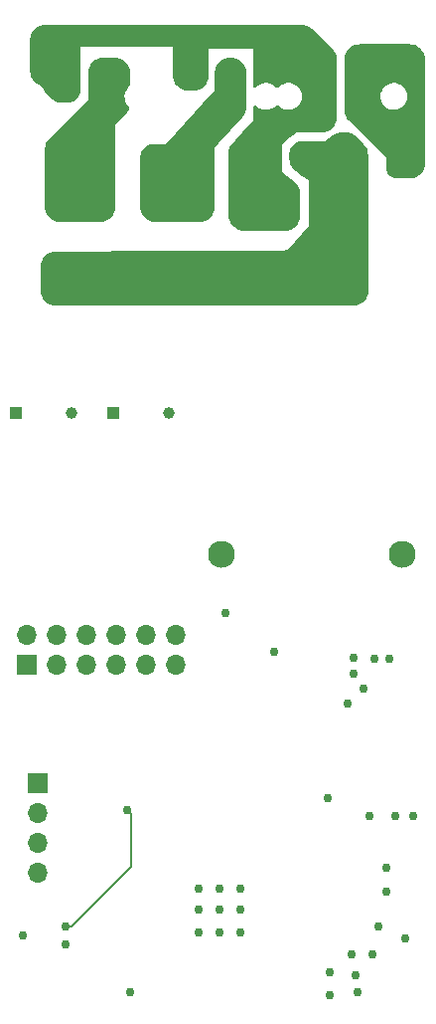
<source format=gbr>
%TF.GenerationSoftware,KiCad,Pcbnew,(5.99.0-10457-g21fde9b629)*%
%TF.CreationDate,2021-05-02T13:24:44-05:00*%
%TF.ProjectId,reptile-monitor,72657074-696c-4652-9d6d-6f6e69746f72,1*%
%TF.SameCoordinates,Original*%
%TF.FileFunction,Copper,L4,Bot*%
%TF.FilePolarity,Positive*%
%FSLAX46Y46*%
G04 Gerber Fmt 4.6, Leading zero omitted, Abs format (unit mm)*
G04 Created by KiCad (PCBNEW (5.99.0-10457-g21fde9b629)) date 2021-05-02 13:24:44*
%MOMM*%
%LPD*%
G01*
G04 APERTURE LIST*
%TA.AperFunction,ComponentPad*%
%ADD10R,1.570000X1.570000*%
%TD*%
%TA.AperFunction,ComponentPad*%
%ADD11C,1.570000*%
%TD*%
%TA.AperFunction,ComponentPad*%
%ADD12R,2.000000X2.300000*%
%TD*%
%TA.AperFunction,ComponentPad*%
%ADD13C,2.300000*%
%TD*%
%TA.AperFunction,ComponentPad*%
%ADD14R,1.700000X1.700000*%
%TD*%
%TA.AperFunction,ComponentPad*%
%ADD15O,1.700000X1.700000*%
%TD*%
%TA.AperFunction,ComponentPad*%
%ADD16R,1.000000X1.000000*%
%TD*%
%TA.AperFunction,ComponentPad*%
%ADD17C,2.167346*%
%TD*%
%TA.AperFunction,ComponentPad*%
%ADD18C,1.000000*%
%TD*%
%TA.AperFunction,ComponentPad*%
%ADD19R,1.575000X1.575000*%
%TD*%
%TA.AperFunction,ComponentPad*%
%ADD20C,1.575000*%
%TD*%
%TA.AperFunction,ComponentPad*%
%ADD21C,1.600000*%
%TD*%
%TA.AperFunction,ViaPad*%
%ADD22C,0.762000*%
%TD*%
%TA.AperFunction,Conductor*%
%ADD23C,0.152400*%
%TD*%
G04 APERTURE END LIST*
D10*
%TO.P,J7,1,1*%
%TO.N,/LOAD1*%
X151868000Y-39430999D03*
D11*
%TO.P,J7,2,2*%
%TO.N,/AC_N*%
X148868000Y-39430999D03*
%TD*%
D12*
%TO.P,PS1,1,AC/L*%
%TO.N,/FUSED_AC_L*%
X161250000Y-50969500D03*
D13*
%TO.P,PS1,2,AC/N*%
%TO.N,/AC_N*%
X156250000Y-50969500D03*
%TO.P,PS1,3,-Vout*%
%TO.N,GND*%
X166450000Y-80369500D03*
%TO.P,PS1,4,+Vout*%
%TO.N,+5V*%
X151050000Y-80369500D03*
%TD*%
D14*
%TO.P,J1,1,Pin_1*%
%TO.N,+3V3*%
X135382000Y-99832000D03*
D15*
%TO.P,J1,2,Pin_2*%
%TO.N,/RXD0*%
X135382000Y-102372000D03*
%TO.P,J1,3,Pin_3*%
%TO.N,/TXD0*%
X135382000Y-104912000D03*
%TO.P,J1,4,Pin_4*%
%TO.N,GND*%
X135382000Y-107452000D03*
%TD*%
D16*
%TO.P,K1,1,1*%
%TO.N,+5V*%
X141845000Y-68304999D03*
D17*
%TO.P,K1,2,NO*%
%TO.N,/LOAD1*%
X146545001Y-49804998D03*
%TO.P,K1,3,COM*%
%TO.N,/FUSED_AC_L*%
X146545001Y-56804999D03*
D18*
%TO.P,K1,4,4*%
%TO.N,/RLY1*%
X146545001Y-68304999D03*
%TD*%
D19*
%TO.P,F1,1*%
%TO.N,/AC_L*%
X167005000Y-45847000D03*
D20*
%TO.P,F1,2*%
%TO.N,/FUSED_AC_L*%
X161925000Y-45847000D03*
%TD*%
D21*
%TO.P,RV1,1*%
%TO.N,/AC_N*%
X153456000Y-45451000D03*
%TO.P,RV1,2*%
%TO.N,/FUSED_AC_L*%
X158456000Y-46751000D03*
%TD*%
D14*
%TO.P,J3,1,Pin_1*%
%TO.N,/IO18*%
X134493000Y-89789000D03*
D15*
%TO.P,J3,2,Pin_2*%
%TO.N,/IO19*%
X134493000Y-87249000D03*
%TO.P,J3,3,Pin_3*%
%TO.N,/IO15*%
X137033000Y-89789000D03*
%TO.P,J3,4,Pin_4*%
%TO.N,/IO5*%
X137033000Y-87249000D03*
%TO.P,J3,5,Pin_5*%
%TO.N,/IO21*%
X139573000Y-89789000D03*
%TO.P,J3,6,Pin_6*%
%TO.N,/IO22*%
X139573000Y-87249000D03*
%TO.P,J3,7,Pin_7*%
%TO.N,/IO23*%
X142113000Y-89789000D03*
%TO.P,J3,8,Pin_8*%
%TO.N,/IO36*%
X142113000Y-87249000D03*
%TO.P,J3,9,Pin_9*%
%TO.N,/IO39*%
X144653000Y-89789000D03*
%TO.P,J3,10,Pin_10*%
%TO.N,/IO25*%
X144653000Y-87249000D03*
%TO.P,J3,11,Pin_11*%
%TO.N,/IO26*%
X147193000Y-89789000D03*
%TO.P,J3,12,Pin_12*%
%TO.N,/IO27*%
X147193000Y-87249000D03*
%TD*%
D16*
%TO.P,K2,1,1*%
%TO.N,+5V*%
X133570000Y-68304999D03*
D17*
%TO.P,K2,2,NO*%
%TO.N,/LOAD2*%
X138270001Y-49804998D03*
%TO.P,K2,3,COM*%
%TO.N,/FUSED_AC_L*%
X138270001Y-56804999D03*
D18*
%TO.P,K2,4,4*%
%TO.N,/RLY2*%
X138270001Y-68304999D03*
%TD*%
D10*
%TO.P,J8,1,1*%
%TO.N,/LOAD2*%
X140946000Y-39430999D03*
D11*
%TO.P,J8,2,2*%
%TO.N,/AC_N*%
X137946000Y-39430999D03*
%TD*%
D10*
%TO.P,J2,1,1*%
%TO.N,/AC_L*%
X162766000Y-39430999D03*
D11*
%TO.P,J2,2,2*%
%TO.N,/AC_N*%
X159766000Y-39430999D03*
%TD*%
D22*
%TO.N,/AC_L*%
X163195000Y-43561000D03*
%TO.N,/AC_N*%
X154813000Y-49530000D03*
%TO.N,/LOAD1*%
X145415000Y-47498000D03*
X149225000Y-51308000D03*
X149225000Y-49530000D03*
X149225000Y-47498000D03*
X147320000Y-47498000D03*
X147320000Y-45593000D03*
X149225000Y-45593000D03*
X149225000Y-43815000D03*
X151130000Y-43815000D03*
X152527000Y-41656000D03*
X151130000Y-41656000D03*
%TO.N,/LOAD2*%
X140970000Y-49530000D03*
X140970000Y-47498000D03*
X139065000Y-47498000D03*
X137160000Y-47498000D03*
X137160000Y-45593000D03*
X139065000Y-45593000D03*
X140970000Y-45593000D03*
X140970000Y-41529000D03*
X140970000Y-43561000D03*
X139065000Y-43561000D03*
%TO.N,/AC_N*%
X136144000Y-40005000D03*
X136144000Y-38227000D03*
X138049000Y-36576000D03*
X139954000Y-36576000D03*
X141859000Y-36576000D03*
X143764000Y-36576000D03*
X145542000Y-36576000D03*
X148209000Y-37846000D03*
X147320000Y-36576000D03*
X149225000Y-36576000D03*
X151003000Y-36576000D03*
X152908000Y-36576000D03*
X154813000Y-37211000D03*
X154813000Y-38989000D03*
X158750000Y-37211000D03*
X153035000Y-51308000D03*
X154813000Y-47521000D03*
X154813000Y-43561000D03*
X156845000Y-43561000D03*
X158750000Y-43561000D03*
X158727000Y-41760000D03*
X156845000Y-38989000D03*
X156845000Y-37211000D03*
X153035000Y-49530000D03*
X153035000Y-47498000D03*
X136144000Y-36576000D03*
%TO.N,/AC_L*%
X164973000Y-45466000D03*
X164846000Y-38862000D03*
X166751000Y-38862000D03*
X166728000Y-43538000D03*
X164950000Y-43538000D03*
X163172000Y-41760000D03*
%TO.N,/FUSED_AC_L*%
X161394000Y-56873000D03*
X161394000Y-55095000D03*
X161394000Y-53317000D03*
X160505000Y-47983000D03*
X159616000Y-57762000D03*
X159616000Y-55984000D03*
X159616000Y-54206000D03*
X157838000Y-57762000D03*
X157838000Y-55984000D03*
X156060000Y-57762000D03*
X156060000Y-55984000D03*
X154282000Y-57762000D03*
X154282000Y-55984000D03*
X152504000Y-57762000D03*
X152504000Y-55984000D03*
X150726000Y-57762000D03*
X150726000Y-55984000D03*
X148948000Y-57762000D03*
X148948000Y-55984000D03*
X144503000Y-57762000D03*
X144503000Y-55984000D03*
X142725000Y-57762000D03*
X142725000Y-55984000D03*
X140947000Y-57762000D03*
X140947000Y-55984000D03*
%TO.N,GND*%
X152654000Y-110617000D03*
X143256000Y-117602000D03*
X155575000Y-88646000D03*
X152654000Y-108839000D03*
X150876000Y-108839000D03*
X165129401Y-107001227D03*
X163703000Y-102616000D03*
X164084000Y-89281000D03*
X162687000Y-117602000D03*
X162306000Y-89154000D03*
X149098000Y-112522000D03*
X151384000Y-85344000D03*
X152654000Y-112522000D03*
X162306000Y-90551000D03*
X160147000Y-101092000D03*
X149098000Y-110617000D03*
X137795000Y-113538000D03*
X134150000Y-112776000D03*
X162463944Y-116131745D03*
X150876000Y-110617000D03*
X164465000Y-112015569D03*
X165862000Y-102616000D03*
X165354000Y-89281000D03*
X166751000Y-113030000D03*
X150876000Y-112522000D03*
X160274000Y-117856000D03*
X165098973Y-109072724D03*
X149098000Y-108839000D03*
%TO.N,+3V3*%
X161798000Y-93091000D03*
X162179000Y-114427000D03*
X160274000Y-115951000D03*
X163957000Y-114427000D03*
X167386000Y-102616000D03*
X163195000Y-91821000D03*
%TO.N,/IO0*%
X143002000Y-102108000D03*
X137795000Y-112014000D03*
%TD*%
D23*
%TO.N,/IO0*%
X138303000Y-112014000D02*
X137795000Y-112014000D01*
X143002000Y-102108000D02*
X143383000Y-102489000D01*
X143383000Y-106934000D02*
X138303000Y-112014000D01*
X143383000Y-102489000D02*
X143383000Y-106934000D01*
%TD*%
%TA.AperFunction,Conductor*%
%TO.N,/AC_L*%
G36*
X167137474Y-36957479D02*
G01*
X167185516Y-36961682D01*
X167341555Y-36975334D01*
X167363178Y-36979146D01*
X167513625Y-37019458D01*
X167555718Y-37030737D01*
X167576358Y-37038249D01*
X167757015Y-37122492D01*
X167776026Y-37133468D01*
X167917489Y-37232522D01*
X167939314Y-37247804D01*
X167956138Y-37261922D01*
X168097078Y-37402862D01*
X168111196Y-37419686D01*
X168225532Y-37582974D01*
X168236508Y-37601985D01*
X168310102Y-37759807D01*
X168320751Y-37782643D01*
X168328263Y-37803282D01*
X168379853Y-37995818D01*
X168383667Y-38017448D01*
X168401521Y-38221526D01*
X168402000Y-38232507D01*
X168402000Y-47111493D01*
X168401521Y-47122474D01*
X168383667Y-47326552D01*
X168379853Y-47348182D01*
X168328263Y-47540718D01*
X168320751Y-47561357D01*
X168236508Y-47742015D01*
X168225532Y-47761026D01*
X168149002Y-47870322D01*
X168111196Y-47924314D01*
X168097078Y-47941138D01*
X167956138Y-48082078D01*
X167939314Y-48096196D01*
X167776026Y-48210532D01*
X167757015Y-48221508D01*
X167607116Y-48291408D01*
X167576357Y-48305751D01*
X167555717Y-48313263D01*
X167363178Y-48364854D01*
X167341555Y-48368666D01*
X167185516Y-48382318D01*
X167137474Y-48386521D01*
X167126493Y-48387000D01*
X165996078Y-48387000D01*
X165981972Y-48386208D01*
X165935438Y-48380965D01*
X165805284Y-48366300D01*
X165777777Y-48360021D01*
X165616678Y-48303650D01*
X165591257Y-48291408D01*
X165446737Y-48200600D01*
X165424678Y-48183008D01*
X165303992Y-48062322D01*
X165286400Y-48040263D01*
X165195592Y-47895743D01*
X165183350Y-47870322D01*
X165126979Y-47709223D01*
X165120700Y-47681716D01*
X165100792Y-47505030D01*
X165100000Y-47490922D01*
X165100000Y-46609000D01*
X161920351Y-43429351D01*
X161912056Y-43420200D01*
X161765903Y-43242111D01*
X161752185Y-43221581D01*
X161646524Y-43023904D01*
X161637071Y-43001084D01*
X161572004Y-42786585D01*
X161567186Y-42762359D01*
X161544607Y-42533112D01*
X161544000Y-42520762D01*
X161544000Y-41360935D01*
X164617894Y-41360935D01*
X164631640Y-41570664D01*
X164683376Y-41774376D01*
X164771370Y-41965249D01*
X164892674Y-42136890D01*
X165043226Y-42283551D01*
X165048022Y-42286756D01*
X165048025Y-42286758D01*
X165118454Y-42333817D01*
X165217983Y-42400320D01*
X165223286Y-42402598D01*
X165223289Y-42402600D01*
X165304256Y-42437386D01*
X165411094Y-42483287D01*
X165486692Y-42500393D01*
X165610454Y-42528398D01*
X165610460Y-42528399D01*
X165616091Y-42529673D01*
X165621862Y-42529900D01*
X165621864Y-42529900D01*
X165684342Y-42532355D01*
X165826108Y-42537925D01*
X165944480Y-42520762D01*
X166028398Y-42508595D01*
X166028403Y-42508594D01*
X166034112Y-42507766D01*
X166039576Y-42505911D01*
X166039581Y-42505910D01*
X166227669Y-42442062D01*
X166233137Y-42440206D01*
X166416518Y-42337508D01*
X166578112Y-42203111D01*
X166712509Y-42041517D01*
X166815207Y-41858136D01*
X166882767Y-41659111D01*
X166883595Y-41653402D01*
X166883596Y-41653397D01*
X166912393Y-41454781D01*
X166912926Y-41451107D01*
X166914500Y-41390999D01*
X166895268Y-41181701D01*
X166838217Y-40979413D01*
X166745257Y-40790909D01*
X166619502Y-40622502D01*
X166465163Y-40479833D01*
X166287408Y-40367678D01*
X166092192Y-40289795D01*
X166086532Y-40288669D01*
X166086528Y-40288668D01*
X165891719Y-40249918D01*
X165891714Y-40249918D01*
X165886051Y-40248791D01*
X165880276Y-40248715D01*
X165880272Y-40248715D01*
X165774597Y-40247332D01*
X165675890Y-40246039D01*
X165670193Y-40247018D01*
X165670192Y-40247018D01*
X165474443Y-40280654D01*
X165468746Y-40281633D01*
X165271558Y-40354380D01*
X165266597Y-40357332D01*
X165266596Y-40357332D01*
X165095897Y-40458887D01*
X165095894Y-40458889D01*
X165090929Y-40461843D01*
X165086589Y-40465649D01*
X165086585Y-40465652D01*
X164937249Y-40596617D01*
X164932908Y-40600424D01*
X164802787Y-40765481D01*
X164800098Y-40770592D01*
X164800096Y-40770595D01*
X164746494Y-40872476D01*
X164704924Y-40951487D01*
X164703210Y-40957008D01*
X164703208Y-40957012D01*
X164694525Y-40984977D01*
X164642597Y-41152212D01*
X164617894Y-41360935D01*
X161544000Y-41360935D01*
X161544000Y-38232507D01*
X161544479Y-38221526D01*
X161562333Y-38017448D01*
X161566147Y-37995818D01*
X161617737Y-37803282D01*
X161625249Y-37782643D01*
X161635898Y-37759807D01*
X161709492Y-37601985D01*
X161720468Y-37582974D01*
X161834804Y-37419686D01*
X161848922Y-37402862D01*
X161989862Y-37261922D01*
X162006686Y-37247804D01*
X162028511Y-37232522D01*
X162169974Y-37133468D01*
X162188985Y-37122492D01*
X162369642Y-37038249D01*
X162390282Y-37030737D01*
X162432375Y-37019458D01*
X162582822Y-36979146D01*
X162604445Y-36975334D01*
X162760484Y-36961682D01*
X162808526Y-36957479D01*
X162819507Y-36957000D01*
X167126493Y-36957000D01*
X167137474Y-36957479D01*
G37*
%TD.AperFunction*%
%TD*%
%TA.AperFunction,Conductor*%
%TO.N,/FUSED_AC_L*%
G36*
X161659112Y-44450607D02*
G01*
X161888361Y-44473186D01*
X161912582Y-44478003D01*
X162127088Y-44543072D01*
X162149901Y-44552523D01*
X162347584Y-44658187D01*
X162368111Y-44671903D01*
X162546200Y-44818056D01*
X162555351Y-44826351D01*
X163199649Y-45470649D01*
X163207944Y-45479800D01*
X163354097Y-45657889D01*
X163367813Y-45678416D01*
X163473476Y-45876096D01*
X163482928Y-45898912D01*
X163541879Y-46093250D01*
X163547996Y-46113415D01*
X163552814Y-46137641D01*
X163575393Y-46366888D01*
X163576000Y-46379238D01*
X163576000Y-57906493D01*
X163575521Y-57917474D01*
X163557667Y-58121552D01*
X163553853Y-58143182D01*
X163502263Y-58335718D01*
X163494751Y-58356357D01*
X163410508Y-58537015D01*
X163399532Y-58556026D01*
X163300478Y-58697489D01*
X163285196Y-58719314D01*
X163271078Y-58736138D01*
X163130138Y-58877078D01*
X163113314Y-58891196D01*
X162950026Y-59005532D01*
X162931015Y-59016508D01*
X162773193Y-59090102D01*
X162750357Y-59100751D01*
X162729717Y-59108263D01*
X162537178Y-59159854D01*
X162515555Y-59163666D01*
X162359516Y-59177318D01*
X162311474Y-59181521D01*
X162300493Y-59182000D01*
X136911507Y-59182000D01*
X136900526Y-59181521D01*
X136852484Y-59177318D01*
X136696445Y-59163666D01*
X136674822Y-59159854D01*
X136482283Y-59108263D01*
X136461643Y-59100751D01*
X136438807Y-59090102D01*
X136280985Y-59016508D01*
X136261974Y-59005532D01*
X136098686Y-58891196D01*
X136081862Y-58877078D01*
X135940922Y-58736138D01*
X135926804Y-58719314D01*
X135911522Y-58697489D01*
X135812468Y-58556026D01*
X135801492Y-58537015D01*
X135717249Y-58356357D01*
X135709737Y-58335718D01*
X135658147Y-58143182D01*
X135654333Y-58121552D01*
X135636479Y-57917474D01*
X135636000Y-57906493D01*
X135636000Y-55877850D01*
X135636476Y-55866910D01*
X135654194Y-55663614D01*
X135657979Y-55642065D01*
X135709178Y-55450218D01*
X135716633Y-55429648D01*
X135800252Y-55249540D01*
X135811154Y-55230571D01*
X135924662Y-55067653D01*
X135938680Y-55050855D01*
X136078667Y-54910021D01*
X136095382Y-54895900D01*
X136257620Y-54781409D01*
X136276522Y-54770394D01*
X136277709Y-54769834D01*
X136456126Y-54685690D01*
X136476636Y-54678117D01*
X136668178Y-54625761D01*
X136689704Y-54621846D01*
X136697432Y-54621126D01*
X136892900Y-54602904D01*
X136903805Y-54602363D01*
X146448664Y-54544863D01*
X155363536Y-54491160D01*
X156146331Y-54486444D01*
X156146333Y-54486444D01*
X156718000Y-54483000D01*
X158496000Y-52451000D01*
X158496000Y-48514000D01*
X157948900Y-48135238D01*
X157948897Y-48135236D01*
X157670500Y-47942500D01*
X157397113Y-47753232D01*
X157387462Y-47745838D01*
X157214517Y-47599555D01*
X157197572Y-47582156D01*
X157059730Y-47410183D01*
X157046438Y-47389857D01*
X156944155Y-47194643D01*
X156935009Y-47172145D01*
X156872075Y-46960923D01*
X156867416Y-46937087D01*
X156845587Y-46711642D01*
X156845000Y-46699499D01*
X156845000Y-46297687D01*
X156845607Y-46285337D01*
X156864526Y-46093250D01*
X156869343Y-46069029D01*
X156923572Y-45890260D01*
X156933021Y-45867450D01*
X157021078Y-45702708D01*
X157034801Y-45682171D01*
X157153306Y-45537772D01*
X157170772Y-45520306D01*
X157315171Y-45401801D01*
X157335708Y-45388078D01*
X157500450Y-45300021D01*
X157523260Y-45290572D01*
X157702029Y-45236343D01*
X157726250Y-45231526D01*
X157918337Y-45212607D01*
X157930687Y-45212000D01*
X159893000Y-45212000D01*
X160566286Y-44707036D01*
X160574610Y-44701300D01*
X160734330Y-44600481D01*
X160752265Y-44591084D01*
X160921379Y-44519147D01*
X160940587Y-44512745D01*
X161119037Y-44468827D01*
X161139021Y-44465583D01*
X161327284Y-44450407D01*
X161337408Y-44450000D01*
X161646762Y-44450000D01*
X161659112Y-44450607D01*
G37*
%TD.AperFunction*%
%TD*%
%TA.AperFunction,Conductor*%
%TO.N,/LOAD2*%
G36*
X141991474Y-38100479D02*
G01*
X142039516Y-38104682D01*
X142195555Y-38118334D01*
X142217178Y-38122146D01*
X142367625Y-38162458D01*
X142409718Y-38173737D01*
X142430358Y-38181249D01*
X142611015Y-38265492D01*
X142630026Y-38276468D01*
X142771489Y-38375522D01*
X142793314Y-38390804D01*
X142810138Y-38404922D01*
X142951078Y-38545862D01*
X142965196Y-38562686D01*
X143079532Y-38725974D01*
X143090508Y-38744985D01*
X143164102Y-38902807D01*
X143174751Y-38925643D01*
X143182263Y-38946282D01*
X143233853Y-39138818D01*
X143237667Y-39160448D01*
X143255521Y-39364526D01*
X143256000Y-39375507D01*
X143256000Y-40417845D01*
X143235998Y-40485966D01*
X143213078Y-40512577D01*
X143112908Y-40600424D01*
X142982787Y-40765481D01*
X142980098Y-40770592D01*
X142980096Y-40770595D01*
X142935310Y-40855720D01*
X142884924Y-40951487D01*
X142883210Y-40957008D01*
X142883208Y-40957012D01*
X142831082Y-41124887D01*
X142822597Y-41152212D01*
X142797894Y-41360935D01*
X142811640Y-41570664D01*
X142863376Y-41774376D01*
X142951370Y-41965249D01*
X143072674Y-42136890D01*
X143076808Y-42140917D01*
X143170843Y-42232522D01*
X143205680Y-42294383D01*
X143203495Y-42359352D01*
X143162928Y-42493083D01*
X143153476Y-42515903D01*
X143047815Y-42713581D01*
X143034097Y-42734111D01*
X142887944Y-42912200D01*
X142879649Y-42921351D01*
X141986000Y-43815000D01*
X141986000Y-50794493D01*
X141985521Y-50805474D01*
X141967667Y-51009552D01*
X141963853Y-51031182D01*
X141912263Y-51223718D01*
X141904751Y-51244357D01*
X141820508Y-51425015D01*
X141809532Y-51444026D01*
X141710478Y-51585489D01*
X141695196Y-51607314D01*
X141681078Y-51624138D01*
X141540138Y-51765078D01*
X141523314Y-51779196D01*
X141360026Y-51893532D01*
X141341015Y-51904508D01*
X141183193Y-51978102D01*
X141160357Y-51988751D01*
X141139717Y-51996263D01*
X140947178Y-52047854D01*
X140925555Y-52051666D01*
X140769516Y-52065318D01*
X140721474Y-52069521D01*
X140710493Y-52070000D01*
X137292507Y-52070000D01*
X137281526Y-52069521D01*
X137233484Y-52065318D01*
X137077445Y-52051666D01*
X137055822Y-52047854D01*
X136863283Y-51996263D01*
X136842643Y-51988751D01*
X136819807Y-51978102D01*
X136661985Y-51904508D01*
X136642974Y-51893532D01*
X136479686Y-51779196D01*
X136462862Y-51765078D01*
X136321922Y-51624138D01*
X136307804Y-51607314D01*
X136292522Y-51585489D01*
X136193468Y-51444026D01*
X136182492Y-51425015D01*
X136098249Y-51244357D01*
X136090737Y-51223718D01*
X136039147Y-51031182D01*
X136035333Y-51009552D01*
X136017479Y-50805474D01*
X136017000Y-50794493D01*
X136017000Y-45871238D01*
X136017607Y-45858888D01*
X136040186Y-45629641D01*
X136045004Y-45605415D01*
X136110071Y-45390916D01*
X136119524Y-45368096D01*
X136225185Y-45170419D01*
X136238903Y-45149889D01*
X136385056Y-44971800D01*
X136393351Y-44962649D01*
X139700000Y-41656000D01*
X139700000Y-39375507D01*
X139700479Y-39364526D01*
X139718333Y-39160448D01*
X139722147Y-39138818D01*
X139773737Y-38946282D01*
X139781249Y-38925643D01*
X139791898Y-38902807D01*
X139865492Y-38744985D01*
X139876468Y-38725974D01*
X139990804Y-38562686D01*
X140004922Y-38545862D01*
X140145862Y-38404922D01*
X140162686Y-38390804D01*
X140184511Y-38375522D01*
X140325974Y-38276468D01*
X140344985Y-38265492D01*
X140525642Y-38181249D01*
X140546282Y-38173737D01*
X140588375Y-38162458D01*
X140738822Y-38122146D01*
X140760445Y-38118334D01*
X140916484Y-38104682D01*
X140964526Y-38100479D01*
X140975507Y-38100000D01*
X141980493Y-38100000D01*
X141991474Y-38100479D01*
G37*
%TD.AperFunction*%
%TD*%
%TA.AperFunction,Conductor*%
%TO.N,/AC_N*%
G36*
X157867884Y-35306568D02*
G01*
X158089750Y-35327702D01*
X158113207Y-35332211D01*
X158321343Y-35393170D01*
X158343517Y-35402024D01*
X158500003Y-35482471D01*
X158536386Y-35501175D01*
X158556506Y-35514066D01*
X158731924Y-35651561D01*
X158740977Y-35659379D01*
X160510002Y-37339952D01*
X160517118Y-37347283D01*
X160644098Y-37489193D01*
X160656434Y-37505460D01*
X160756070Y-37661688D01*
X160765615Y-37679730D01*
X160838715Y-37850001D01*
X160845220Y-37869342D01*
X160889863Y-38049191D01*
X160893159Y-38069332D01*
X160908586Y-38259133D01*
X160909000Y-38269341D01*
X160909000Y-43174493D01*
X160908521Y-43185474D01*
X160890667Y-43389552D01*
X160886853Y-43411182D01*
X160835263Y-43603718D01*
X160827751Y-43624357D01*
X160743508Y-43805015D01*
X160732532Y-43824026D01*
X160633478Y-43965489D01*
X160618196Y-43987314D01*
X160604078Y-44004138D01*
X160463138Y-44145078D01*
X160446314Y-44159196D01*
X160283026Y-44273532D01*
X160264015Y-44284508D01*
X160106193Y-44358102D01*
X160083357Y-44368751D01*
X160062717Y-44376263D01*
X159870178Y-44427854D01*
X159848555Y-44431666D01*
X159692516Y-44445318D01*
X159644474Y-44449521D01*
X159633493Y-44450000D01*
X157480000Y-44450000D01*
X157132129Y-44728297D01*
X156686637Y-45084690D01*
X156686634Y-45084692D01*
X156210000Y-45466000D01*
X156210000Y-47752000D01*
X156669084Y-48134570D01*
X157272791Y-48637659D01*
X157280951Y-48645088D01*
X157426807Y-48790056D01*
X157441025Y-48806907D01*
X157556188Y-48970548D01*
X157567251Y-48989620D01*
X157652126Y-49170831D01*
X157659695Y-49191540D01*
X157711680Y-49384764D01*
X157715524Y-49406475D01*
X157733517Y-49611337D01*
X157734000Y-49622361D01*
X157734000Y-51556493D01*
X157733521Y-51567474D01*
X157715667Y-51771552D01*
X157711854Y-51793178D01*
X157671542Y-51943625D01*
X157660263Y-51985718D01*
X157652751Y-52006357D01*
X157568508Y-52187015D01*
X157557532Y-52206026D01*
X157478181Y-52319351D01*
X157443196Y-52369314D01*
X157429078Y-52386138D01*
X157288138Y-52527078D01*
X157271314Y-52541196D01*
X157108026Y-52655532D01*
X157089015Y-52666508D01*
X156953981Y-52729476D01*
X156908357Y-52750751D01*
X156887717Y-52758263D01*
X156695178Y-52809854D01*
X156673555Y-52813666D01*
X156517516Y-52827318D01*
X156469474Y-52831521D01*
X156458493Y-52832000D01*
X153059238Y-52832000D01*
X153046888Y-52831393D01*
X152817639Y-52808814D01*
X152793418Y-52803997D01*
X152578912Y-52738928D01*
X152556099Y-52729477D01*
X152358416Y-52623813D01*
X152337889Y-52610097D01*
X152159800Y-52463944D01*
X152150649Y-52455649D01*
X152014351Y-52319351D01*
X152006056Y-52310200D01*
X151859903Y-52132111D01*
X151846185Y-52111581D01*
X151789942Y-52006357D01*
X151740523Y-51913901D01*
X151731071Y-51891084D01*
X151666004Y-51676585D01*
X151661186Y-51652359D01*
X151638607Y-51423112D01*
X151638000Y-51410762D01*
X151638000Y-46230894D01*
X151638563Y-46218992D01*
X151659536Y-45997960D01*
X151664014Y-45974580D01*
X151724503Y-45767205D01*
X151733297Y-45745084D01*
X151831716Y-45552775D01*
X151844514Y-45532704D01*
X151981022Y-45357621D01*
X151988785Y-45348580D01*
X152236167Y-45086647D01*
X152837233Y-44450224D01*
X153448275Y-43803239D01*
X153448279Y-43803234D01*
X153450307Y-43801087D01*
X153450308Y-43801085D01*
X153797000Y-43434000D01*
X153797000Y-42242972D01*
X153817002Y-42174851D01*
X153870658Y-42128358D01*
X153940932Y-42118254D01*
X154005512Y-42147748D01*
X154010921Y-42152717D01*
X154145226Y-42283551D01*
X154150022Y-42286756D01*
X154150025Y-42286758D01*
X154220454Y-42333817D01*
X154319983Y-42400320D01*
X154325286Y-42402598D01*
X154325289Y-42402600D01*
X154390601Y-42430660D01*
X154513094Y-42483287D01*
X154588692Y-42500393D01*
X154712454Y-42528398D01*
X154712460Y-42528399D01*
X154718091Y-42529673D01*
X154723862Y-42529900D01*
X154723864Y-42529900D01*
X154786342Y-42532355D01*
X154928108Y-42537925D01*
X155032110Y-42522845D01*
X155130398Y-42508595D01*
X155130403Y-42508594D01*
X155136112Y-42507766D01*
X155141576Y-42505911D01*
X155141581Y-42505910D01*
X155329669Y-42442062D01*
X155335137Y-42440206D01*
X155518518Y-42337508D01*
X155680112Y-42203111D01*
X155683798Y-42198679D01*
X155683803Y-42198674D01*
X155718515Y-42156937D01*
X155777452Y-42117353D01*
X155848434Y-42115916D01*
X155903311Y-42147252D01*
X156043226Y-42283551D01*
X156048022Y-42286756D01*
X156048025Y-42286758D01*
X156118454Y-42333817D01*
X156217983Y-42400320D01*
X156223286Y-42402598D01*
X156223289Y-42402600D01*
X156288601Y-42430660D01*
X156411094Y-42483287D01*
X156486692Y-42500393D01*
X156610454Y-42528398D01*
X156610460Y-42528399D01*
X156616091Y-42529673D01*
X156621862Y-42529900D01*
X156621864Y-42529900D01*
X156684342Y-42532355D01*
X156826108Y-42537925D01*
X156930110Y-42522845D01*
X157028398Y-42508595D01*
X157028403Y-42508594D01*
X157034112Y-42507766D01*
X157039576Y-42505911D01*
X157039581Y-42505910D01*
X157227669Y-42442062D01*
X157233137Y-42440206D01*
X157416518Y-42337508D01*
X157578112Y-42203111D01*
X157712509Y-42041517D01*
X157815207Y-41858136D01*
X157843640Y-41774376D01*
X157880911Y-41664580D01*
X157880912Y-41664575D01*
X157882767Y-41659111D01*
X157883595Y-41653402D01*
X157883596Y-41653397D01*
X157912393Y-41454781D01*
X157912926Y-41451107D01*
X157914500Y-41390999D01*
X157895268Y-41181701D01*
X157838217Y-40979413D01*
X157745257Y-40790909D01*
X157725549Y-40764516D01*
X157622955Y-40627126D01*
X157622954Y-40627125D01*
X157619502Y-40622502D01*
X157583344Y-40589078D01*
X157469403Y-40483752D01*
X157469400Y-40483750D01*
X157465163Y-40479833D01*
X157287408Y-40367678D01*
X157092192Y-40289795D01*
X157086532Y-40288669D01*
X157086528Y-40288668D01*
X156891719Y-40249918D01*
X156891714Y-40249918D01*
X156886051Y-40248791D01*
X156880276Y-40248715D01*
X156880272Y-40248715D01*
X156774597Y-40247332D01*
X156675890Y-40246039D01*
X156670193Y-40247018D01*
X156670192Y-40247018D01*
X156474443Y-40280654D01*
X156468746Y-40281633D01*
X156271558Y-40354380D01*
X156266597Y-40357332D01*
X156266596Y-40357332D01*
X156095897Y-40458887D01*
X156095894Y-40458889D01*
X156090929Y-40461843D01*
X156086589Y-40465649D01*
X156086585Y-40465652D01*
X155945846Y-40589078D01*
X155932908Y-40600424D01*
X155929332Y-40604960D01*
X155917161Y-40620399D01*
X155859280Y-40661512D01*
X155788360Y-40664806D01*
X155724693Y-40626775D01*
X155721502Y-40622502D01*
X155702526Y-40604960D01*
X155571403Y-40483752D01*
X155571400Y-40483750D01*
X155567163Y-40479833D01*
X155389408Y-40367678D01*
X155194192Y-40289795D01*
X155188532Y-40288669D01*
X155188528Y-40288668D01*
X154993719Y-40249918D01*
X154993714Y-40249918D01*
X154988051Y-40248791D01*
X154982276Y-40248715D01*
X154982272Y-40248715D01*
X154876597Y-40247332D01*
X154777890Y-40246039D01*
X154772193Y-40247018D01*
X154772192Y-40247018D01*
X154576443Y-40280654D01*
X154570746Y-40281633D01*
X154373558Y-40354380D01*
X154368597Y-40357332D01*
X154368596Y-40357332D01*
X154197897Y-40458887D01*
X154197894Y-40458889D01*
X154192929Y-40461843D01*
X154188589Y-40465649D01*
X154188585Y-40465652D01*
X154047846Y-40589078D01*
X154034908Y-40600424D01*
X154031333Y-40604959D01*
X154031332Y-40604960D01*
X154021950Y-40616861D01*
X153964068Y-40657974D01*
X153893148Y-40661268D01*
X153831706Y-40625696D01*
X153799249Y-40562553D01*
X153797000Y-40538855D01*
X153797000Y-37338000D01*
X149987000Y-37338000D01*
X149987000Y-39618493D01*
X149986521Y-39629474D01*
X149968667Y-39833552D01*
X149964853Y-39855182D01*
X149913263Y-40047718D01*
X149905751Y-40068357D01*
X149821508Y-40249015D01*
X149810532Y-40268026D01*
X149751465Y-40352382D01*
X149696196Y-40431314D01*
X149682078Y-40448138D01*
X149541138Y-40589078D01*
X149524314Y-40603196D01*
X149361026Y-40717532D01*
X149342015Y-40728508D01*
X149184193Y-40802102D01*
X149161357Y-40812751D01*
X149140717Y-40820263D01*
X148948178Y-40871854D01*
X148926555Y-40875666D01*
X148770516Y-40889318D01*
X148722474Y-40893521D01*
X148711493Y-40894000D01*
X148214507Y-40894000D01*
X148203526Y-40893521D01*
X148155484Y-40889318D01*
X147999445Y-40875666D01*
X147977822Y-40871854D01*
X147785283Y-40820263D01*
X147764643Y-40812751D01*
X147741807Y-40802102D01*
X147583985Y-40728508D01*
X147564974Y-40717532D01*
X147401686Y-40603196D01*
X147384862Y-40589078D01*
X147243922Y-40448138D01*
X147229804Y-40431314D01*
X147174535Y-40352382D01*
X147115468Y-40268026D01*
X147104492Y-40249015D01*
X147020249Y-40068357D01*
X147012737Y-40047718D01*
X146961147Y-39855182D01*
X146957333Y-39833552D01*
X146939479Y-39629474D01*
X146939000Y-39618493D01*
X146939000Y-37211000D01*
X139065000Y-37211000D01*
X139065000Y-40824313D01*
X139064393Y-40836663D01*
X139045474Y-41028750D01*
X139040657Y-41052971D01*
X138986428Y-41231740D01*
X138976979Y-41254550D01*
X138888922Y-41419292D01*
X138875199Y-41439829D01*
X138756694Y-41584228D01*
X138739228Y-41601694D01*
X138594829Y-41720199D01*
X138574294Y-41733921D01*
X138409550Y-41821979D01*
X138386740Y-41831428D01*
X138207971Y-41885657D01*
X138183750Y-41890474D01*
X137991663Y-41909393D01*
X137979313Y-41910000D01*
X137438238Y-41910000D01*
X137425888Y-41909393D01*
X137196639Y-41886814D01*
X137172418Y-41881997D01*
X136957912Y-41816928D01*
X136935099Y-41807477D01*
X136737416Y-41701813D01*
X136716889Y-41688097D01*
X136538800Y-41541944D01*
X136529649Y-41533649D01*
X136058280Y-41062280D01*
X136026107Y-41007390D01*
X136018217Y-40979413D01*
X135925257Y-40790909D01*
X135905549Y-40764516D01*
X135802955Y-40627126D01*
X135802954Y-40627125D01*
X135799502Y-40622502D01*
X135763344Y-40589078D01*
X135649403Y-40483752D01*
X135649400Y-40483750D01*
X135645163Y-40479833D01*
X135467408Y-40367678D01*
X135318900Y-40308429D01*
X135276494Y-40280494D01*
X135123351Y-40127351D01*
X135115056Y-40118200D01*
X134968903Y-39940111D01*
X134955185Y-39919581D01*
X134909202Y-39833552D01*
X134849523Y-39721901D01*
X134840071Y-39699084D01*
X134818956Y-39629474D01*
X134775003Y-39484582D01*
X134770186Y-39460359D01*
X134747607Y-39231112D01*
X134747000Y-39218762D01*
X134747000Y-36581507D01*
X134747479Y-36570526D01*
X134765333Y-36366448D01*
X134769147Y-36344818D01*
X134820737Y-36152282D01*
X134828249Y-36131643D01*
X134838898Y-36108807D01*
X134912492Y-35950985D01*
X134923468Y-35931974D01*
X135037804Y-35768686D01*
X135051922Y-35751862D01*
X135192862Y-35610922D01*
X135209686Y-35596804D01*
X135231511Y-35581522D01*
X135372974Y-35482468D01*
X135391985Y-35471492D01*
X135572642Y-35387249D01*
X135593282Y-35379737D01*
X135635375Y-35368458D01*
X135785822Y-35328146D01*
X135807445Y-35324334D01*
X135963484Y-35310682D01*
X136011526Y-35306479D01*
X136022507Y-35306000D01*
X157855936Y-35306000D01*
X157867884Y-35306568D01*
G37*
%TD.AperFunction*%
%TD*%
%TA.AperFunction,Conductor*%
%TO.N,/LOAD1*%
G36*
X151897474Y-38100479D02*
G01*
X151945516Y-38104682D01*
X152101555Y-38118334D01*
X152123178Y-38122146D01*
X152273625Y-38162458D01*
X152315718Y-38173737D01*
X152336358Y-38181249D01*
X152517015Y-38265492D01*
X152536026Y-38276468D01*
X152677489Y-38375522D01*
X152699314Y-38390804D01*
X152716138Y-38404922D01*
X152857078Y-38545862D01*
X152871196Y-38562686D01*
X152985532Y-38725974D01*
X152996508Y-38744985D01*
X153070102Y-38902807D01*
X153080751Y-38925643D01*
X153088263Y-38946282D01*
X153139853Y-39138818D01*
X153143667Y-39160448D01*
X153161521Y-39364526D01*
X153162000Y-39375507D01*
X153162000Y-42300605D01*
X153161461Y-42312243D01*
X153141411Y-42528396D01*
X153137130Y-42551275D01*
X153079263Y-42754429D01*
X153070846Y-42776130D01*
X152976601Y-42965169D01*
X152964337Y-42984951D01*
X152833393Y-43158105D01*
X152825943Y-43167063D01*
X150829088Y-45354093D01*
X150829077Y-45354106D01*
X150495000Y-45720000D01*
X150495000Y-50794493D01*
X150494521Y-50805474D01*
X150476667Y-51009552D01*
X150472853Y-51031182D01*
X150421263Y-51223718D01*
X150413751Y-51244357D01*
X150329508Y-51425015D01*
X150318532Y-51444026D01*
X150219478Y-51585489D01*
X150204196Y-51607314D01*
X150190078Y-51624138D01*
X150049138Y-51765078D01*
X150032314Y-51779196D01*
X149869026Y-51893532D01*
X149850015Y-51904508D01*
X149692193Y-51978102D01*
X149669357Y-51988751D01*
X149648717Y-51996263D01*
X149456178Y-52047854D01*
X149434555Y-52051666D01*
X149278516Y-52065318D01*
X149230474Y-52069521D01*
X149219493Y-52070000D01*
X145420507Y-52070000D01*
X145409526Y-52069521D01*
X145361484Y-52065318D01*
X145205445Y-52051666D01*
X145183822Y-52047854D01*
X144991283Y-51996263D01*
X144970643Y-51988751D01*
X144947807Y-51978102D01*
X144789985Y-51904508D01*
X144770974Y-51893532D01*
X144607686Y-51779196D01*
X144590862Y-51765078D01*
X144449922Y-51624138D01*
X144435804Y-51607314D01*
X144420522Y-51585489D01*
X144321468Y-51444026D01*
X144310492Y-51425015D01*
X144226249Y-51244357D01*
X144218737Y-51223718D01*
X144167147Y-51031182D01*
X144163333Y-51009552D01*
X144145479Y-50805474D01*
X144145000Y-50794493D01*
X144145000Y-46551687D01*
X144145607Y-46539337D01*
X144164526Y-46347250D01*
X144169343Y-46323029D01*
X144223572Y-46144260D01*
X144233021Y-46121450D01*
X144321078Y-45956708D01*
X144334801Y-45936171D01*
X144453306Y-45791772D01*
X144470772Y-45774306D01*
X144615171Y-45655801D01*
X144635708Y-45642078D01*
X144800450Y-45554021D01*
X144823260Y-45544572D01*
X145002029Y-45490343D01*
X145026250Y-45485526D01*
X145218337Y-45466607D01*
X145230687Y-45466000D01*
X146304000Y-45466000D01*
X148748750Y-42799000D01*
X150161186Y-41258161D01*
X150161187Y-41258159D01*
X150495000Y-40894000D01*
X150495000Y-39375507D01*
X150495479Y-39364526D01*
X150513333Y-39160448D01*
X150517147Y-39138818D01*
X150568737Y-38946282D01*
X150576249Y-38925643D01*
X150586898Y-38902807D01*
X150660492Y-38744985D01*
X150671468Y-38725974D01*
X150785804Y-38562686D01*
X150799922Y-38545862D01*
X150940862Y-38404922D01*
X150957686Y-38390804D01*
X150979511Y-38375522D01*
X151120974Y-38276468D01*
X151139985Y-38265492D01*
X151320642Y-38181249D01*
X151341282Y-38173737D01*
X151383375Y-38162458D01*
X151533822Y-38122146D01*
X151555445Y-38118334D01*
X151711484Y-38104682D01*
X151759526Y-38100479D01*
X151770507Y-38100000D01*
X151886493Y-38100000D01*
X151897474Y-38100479D01*
G37*
%TD.AperFunction*%
%TD*%
M02*

</source>
